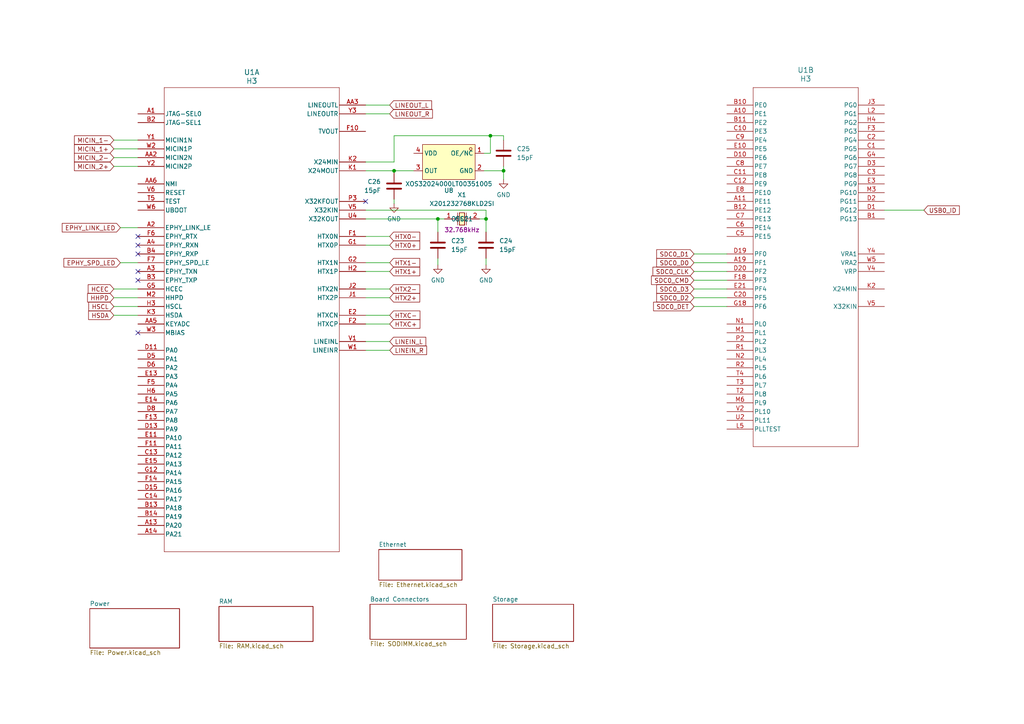
<source format=kicad_sch>
(kicad_sch (version 20230121) (generator eeschema)
  (paper "A4")
  (junction (at 114.3 49.53))
  (junction (at 140.97 63.5))
  (junction (at 146.05 49.53))
  (junction (at 142.24 39.37))
  (junction (at 127 63.5))
  (no_connect (at 40.005 81.28))
  (no_connect (at 40.005 78.74))
  (no_connect (at 40.005 96.52))
  (no_connect (at 40.005 73.66))
  (no_connect (at 40.005 71.12))
  (no_connect (at 106.045 58.42))
  (no_connect (at 40.005 68.58))
  (wire (pts (xy 106.045 30.48) (xy 113.03 30.48)))
  (wire (pts (xy 114.3 39.37) (xy 142.24 39.37)))
  (wire (pts (xy 201.295 86.36) (xy 210.82 86.36)))
  (wire (pts (xy 127 74.93) (xy 127 76.835)))
  (wire (pts (xy 40.005 91.44) (xy 33.02 91.44)))
  (wire (pts (xy 146.05 48.26) (xy 146.05 49.53)))
  (wire (pts (xy 106.045 93.98) (xy 113.03 93.98)))
  (wire (pts (xy 146.05 39.37) (xy 146.05 40.64)))
  (wire (pts (xy 106.045 83.82) (xy 113.03 83.82)))
  (wire (pts (xy 34.925 66.04) (xy 40.005 66.04)))
  (wire (pts (xy 140.97 74.93) (xy 140.97 76.835)))
  (wire (pts (xy 106.045 78.74) (xy 113.03 78.74)))
  (wire (pts (xy 106.045 68.58) (xy 113.03 68.58)))
  (wire (pts (xy 142.24 44.45) (xy 140.335 44.45)))
  (wire (pts (xy 106.045 76.2) (xy 113.03 76.2)))
  (wire (pts (xy 40.005 45.72) (xy 33.02 45.72)))
  (wire (pts (xy 114.3 49.53) (xy 114.3 50.165)))
  (wire (pts (xy 106.045 46.99) (xy 114.3 46.99)))
  (wire (pts (xy 140.97 63.5) (xy 139.065 63.5)))
  (wire (pts (xy 127 63.5) (xy 128.905 63.5)))
  (wire (pts (xy 40.005 88.9) (xy 33.02 88.9)))
  (wire (pts (xy 106.045 60.96) (xy 140.97 60.96)))
  (wire (pts (xy 106.045 99.06) (xy 113.03 99.06)))
  (wire (pts (xy 201.295 81.28) (xy 210.82 81.28)))
  (wire (pts (xy 142.24 39.37) (xy 142.24 44.45)))
  (wire (pts (xy 40.005 48.26) (xy 33.02 48.26)))
  (wire (pts (xy 106.045 49.53) (xy 114.3 49.53)))
  (wire (pts (xy 114.3 49.53) (xy 120.015 49.53)))
  (wire (pts (xy 40.005 40.64) (xy 33.02 40.64)))
  (wire (pts (xy 106.045 91.44) (xy 113.03 91.44)))
  (wire (pts (xy 256.54 60.96) (xy 267.97 60.96)))
  (wire (pts (xy 146.05 52.07) (xy 146.05 49.53)))
  (wire (pts (xy 40.005 86.36) (xy 33.02 86.36)))
  (wire (pts (xy 127 63.5) (xy 127 67.31)))
  (wire (pts (xy 106.045 33.02) (xy 113.03 33.02)))
  (wire (pts (xy 146.05 49.53) (xy 140.335 49.53)))
  (wire (pts (xy 140.97 67.31) (xy 140.97 63.5)))
  (wire (pts (xy 106.045 71.12) (xy 113.03 71.12)))
  (wire (pts (xy 40.005 43.18) (xy 33.02 43.18)))
  (wire (pts (xy 106.045 101.6) (xy 113.03 101.6)))
  (wire (pts (xy 106.045 63.5) (xy 127 63.5)))
  (wire (pts (xy 106.045 86.36) (xy 113.03 86.36)))
  (wire (pts (xy 34.925 76.2) (xy 40.005 76.2)))
  (wire (pts (xy 201.295 83.82) (xy 210.82 83.82)))
  (wire (pts (xy 201.295 88.9) (xy 210.82 88.9)))
  (wire (pts (xy 114.3 57.785) (xy 114.3 59.055)))
  (wire (pts (xy 201.295 73.66) (xy 210.82 73.66)))
  (wire (pts (xy 142.24 39.37) (xy 146.05 39.37)))
  (wire (pts (xy 140.97 60.96) (xy 140.97 63.5)))
  (wire (pts (xy 201.295 78.74) (xy 210.82 78.74)))
  (wire (pts (xy 201.295 76.2) (xy 210.82 76.2)))
  (wire (pts (xy 40.005 83.82) (xy 33.02 83.82)))
  (wire (pts (xy 114.3 46.99) (xy 114.3 39.37)))
  (global_label "HSCL" (shape input) (at 33.02 88.9 180) (property "Intersheetrefs" "${INTERSHEET_REFS}" (effects hide)))
  (global_label "HTX0+" (shape input) (at 113.03 71.12 0) (property "Intersheetrefs" "${INTERSHEET_REFS}" (effects hide)))
  (global_label "MICIN_2+" (shape input) (at 33.02 48.26 180) (property "Intersheetrefs" "${INTERSHEET_REFS}" (effects hide)))
  (global_label "SDC0_DET" (shape input) (at 201.295 88.9 180) (property "Intersheetrefs" "${INTERSHEET_REFS}" (effects hide)))
  (global_label "EPHY_LINK_LED" (shape input) (at 34.925 66.04 180) (property "Intersheetrefs" "${INTERSHEET_REFS}" (effects hide)))
  (global_label "SDC0_CLK" (shape input) (at 201.295 78.74 180) (property "Intersheetrefs" "${INTERSHEET_REFS}" (effects hide)))
  (global_label "HTX1-" (shape input) (at 113.03 76.2 0) (property "Intersheetrefs" "${INTERSHEET_REFS}" (effects hide)))
  (global_label "SDC0_CMD" (shape input) (at 201.295 81.28 180) (property "Intersheetrefs" "${INTERSHEET_REFS}" (effects hide)))
  (global_label "LINEIN_L" (shape input) (at 113.03 99.06 0) (property "Intersheetrefs" "${INTERSHEET_REFS}" (effects hide)))
  (global_label "USB0_ID" (shape input) (at 267.97 60.96 0) (property "Intersheetrefs" "${INTERSHEET_REFS}" (effects hide)))
  (global_label "HTX1+" (shape input) (at 113.03 78.74 0) (property "Intersheetrefs" "${INTERSHEET_REFS}" (effects hide)))
  (global_label "HTXC-" (shape input) (at 113.03 91.44 0) (property "Intersheetrefs" "${INTERSHEET_REFS}" (effects hide)))
  (global_label "MICIN_1-" (shape input) (at 33.02 40.64 180) (property "Intersheetrefs" "${INTERSHEET_REFS}" (effects hide)))
  (global_label "HTX2-" (shape input) (at 113.03 83.82 0) (property "Intersheetrefs" "${INTERSHEET_REFS}" (effects hide)))
  (global_label "MICIN_2-" (shape input) (at 33.02 45.72 180) (property "Intersheetrefs" "${INTERSHEET_REFS}" (effects hide)))
  (global_label "EPHY_SPD_LED" (shape input) (at 34.925 76.2 180) (property "Intersheetrefs" "${INTERSHEET_REFS}" (effects hide)))
  (global_label "HTXC+" (shape input) (at 113.03 93.98 0) (property "Intersheetrefs" "${INTERSHEET_REFS}" (effects hide)))
  (global_label "HSDA" (shape input) (at 33.02 91.44 180) (property "Intersheetrefs" "${INTERSHEET_REFS}" (effects hide)))
  (global_label "LINEOUT_R" (shape input) (at 113.03 33.02 0) (property "Intersheetrefs" "${INTERSHEET_REFS}" (effects hide)))
  (global_label "HTX2+" (shape input) (at 113.03 86.36 0) (property "Intersheetrefs" "${INTERSHEET_REFS}" (effects hide)))
  (global_label "HHPD" (shape input) (at 33.02 86.36 180) (property "Intersheetrefs" "${INTERSHEET_REFS}" (effects hide)))
  (global_label "LINEIN_R" (shape input) (at 113.03 101.6 0) (property "Intersheetrefs" "${INTERSHEET_REFS}" (effects hide)))
  (global_label "LINEOUT_L" (shape input) (at 113.03 30.48 0) (property "Intersheetrefs" "${INTERSHEET_REFS}" (effects hide)))
  (global_label "MICIN_1+" (shape input) (at 33.02 43.18 180) (property "Intersheetrefs" "${INTERSHEET_REFS}" (effects hide)))
  (global_label "SDC0_D1" (shape input) (at 201.295 73.66 180) (property "Intersheetrefs" "${INTERSHEET_REFS}" (effects hide)))
  (global_label "SDC0_D3" (shape input) (at 201.295 83.82 180) (property "Intersheetrefs" "${INTERSHEET_REFS}" (effects hide)))
  (global_label "SDC0_D2" (shape input) (at 201.295 86.36 180) (property "Intersheetrefs" "${INTERSHEET_REFS}" (effects hide)))
  (global_label "SDC0_D0" (shape input) (at 201.295 76.2 180) (property "Intersheetrefs" "${INTERSHEET_REFS}" (effects hide)))
  (global_label "HTX0-" (shape input) (at 113.03 68.58 0) (property "Intersheetrefs" "${INTERSHEET_REFS}" (effects hide)))
  (global_label "HCEC" (shape input) (at 33.02 83.82 180) (property "Intersheetrefs" "${INTERSHEET_REFS}" (effects hide)))
  (symbol (lib_id "Device:C") (at 146.05 44.45 0) (unit 1)
    (property "Reference" "C25" (at 149.86 43.18 0) (effects (justify left)))
    (property "Value" "15pF" (at 149.86 45.72 0) (effects (justify left)))
  )
  (symbol (lib_id "Device:C") (at 114.3 53.975 0) (mirror y) (unit 1)
    (property "Reference" "C26" (at 110.49 52.705 0) (effects (justify left)))
    (property "Value" "15pF" (at 110.49 55.245 0) (effects (justify left)))
  )
  (symbol (lib_id "power:GND") (at 114.3 59.055 0) (unit 1)
    (property "Reference" "#PWR032" (effects hide))
    (property "Value" "GND" (at 114.3 63.5 0))
  )
  (symbol (lib_id "Device:C") (at 127 71.12 0) (unit 1)
    (property "Reference" "C23" (at 130.81 69.85 0) (effects (justify left)))
    (property "Value" "15pF" (at 130.81 72.39 0) (effects (justify left)))
  )
  (symbol (lib_id "power:GND") (at 140.97 76.835 0) (unit 1)
    (property "Reference" "#PWR031" (effects hide))
    (property "Value" "GND" (at 140.97 81.28 0))
  )
  (symbol (lib_id "2024-11-20_05-40-34:H3") (at 210.82 30.48 0) (unit 2)
    (property "Reference" "U1" (at 233.68 20.32 0) (effects (font (size 1.524 1.524))))
    (property "Value" "H3" (at 233.68 22.86 0) (effects (font (size 1.524 1.524))))
    (property "Footprint" "BGA347_H3_AWT" (effects hide))
    (property "Datasheet" "https://dl.linux-sunxi.org/H3/Allwinner_H3_Datasheet_V1.0.pdf" (effects hide))
  )
  (symbol (lib_id "power:GND") (at 127 76.835 0) (unit 1)
    (property "Reference" "#PWR030" (effects hide))
    (property "Value" "GND" (at 127 81.28 0))
  )
  (symbol (lib_name "H3_1") (lib_id "2024-11-20_05-40-34:H3") (at 40.005 33.02 0) (unit 1)
    (property "Reference" "U1" (at 73.025 20.955 0) (effects (font (size 1.524 1.524))))
    (property "Value" "H3" (at 73.025 23.495 0) (effects (font (size 1.524 1.524))))
    (property "Footprint" "BGA347_H3_AWT" (effects hide))
    (property "Datasheet" "https://dl.linux-sunxi.org/H3/Allwinner_H3_Datasheet_V1.0.pdf" (effects hide))
  )
  (symbol (lib_id "easyeda2kicad:XOS32024000LT00351005") (at 130.175 46.99 0) (mirror y) (unit 1)
    (property "Reference" "U8" (at 130.175 55.245 0))
    (property "Value" "XOS32024000LT00351005" (at 130.175 53.34 0))
    (property "Footprint" "easyeda2kicad:OSC-SMD_4P-L3.2-W2.5-BL" (effects hide))
    (property "LCSC Part" "C37635416" (effects hide))
  )
  (symbol (lib_id "Device:C") (at 140.97 71.12 0) (unit 1)
    (property "Reference" "C24" (at 144.78 69.85 0) (effects (justify left)))
    (property "Value" "15pF" (at 144.78 72.39 0) (effects (justify left)))
  )
  (symbol (lib_id "easyeda2kicad:X201232768KLD2SI") (at 133.985 63.5 0) (unit 1)
    (property "Reference" "X1" (at 133.985 56.515 0))
    (property "Value" "X201232768KLD2SI" (at 133.985 59.055 0))
    (property "Footprint" "easyeda2kicad:OSC-SMD_L2.0-W1.2" (effects hide))
    (property "Datasheet" "https://lcsc.com/product-detail/New-Arrivals_Yangxing-Tech-X201232768KLD2SI_C383842.html" (effects hide))
    (property "LCSC Part" "C383842" (effects hide))
    (property "Frequency" "32.768kHz" (at 133.985 66.675 0))
  )
  (symbol (lib_id "power:GND") (at 146.05 52.07 0) (unit 1)
    (property "Reference" "#PWR033" (effects hide))
    (property "Value" "GND" (at 146.05 56.515 0))
  )
  (sheet (at 109.855 159.385) (size 24.13 8.89) (stroke (width 0.1524))
    (property "Sheetname" "Ethernet" (at 109.855 158.6734 0) (effects (justify left bottom)))
    (property "Sheetfile" "Ethernet.kicad_sch" (at 109.855 168.8596 0) (effects (justify left top)))
  )
  (sheet (at 63.5 175.895) (size 27.305 10.16) (stroke (width 0.1524))
    (property "Sheetname" "RAM" (at 63.5 175.1834 0) (effects (justify left bottom)))
    (property "Sheetfile" "RAM.kicad_sch" (at 63.5 186.6396 0) (effects (justify left top)))
  )
  (sheet (at 142.875 175.26) (size 23.495 10.795) (stroke (width 0.1524))
    (property "Sheetname" "Storage" (at 142.875 174.5484 0) (effects (justify left bottom)))
    (property "Sheetfile" "Storage.kicad_sch" (at 142.875 186.6396 0) (effects (justify left top)))
  )
  (sheet (at 107.315 175.26) (size 27.94 10.16) (stroke (width 0.1524))
    (property "Sheetname" "Board Connectors" (at 107.315 174.5484 0) (effects (justify left bottom)))
    (property "Sheetfile" "SODIMM.kicad_sch" (at 107.315 186.0046 0) (effects (justify left top)))
  )
  (sheet (at 26.035 176.53) (size 26.035 11.43) (stroke (width 0.1524))
    (property "Sheetname" "Power" (at 26.035 175.8184 0) (effects (justify left bottom)))
    (property "Sheetfile" "Power.kicad_sch" (at 26.035 188.5446 0) (effects (justify left top)))
  )
)
</source>
